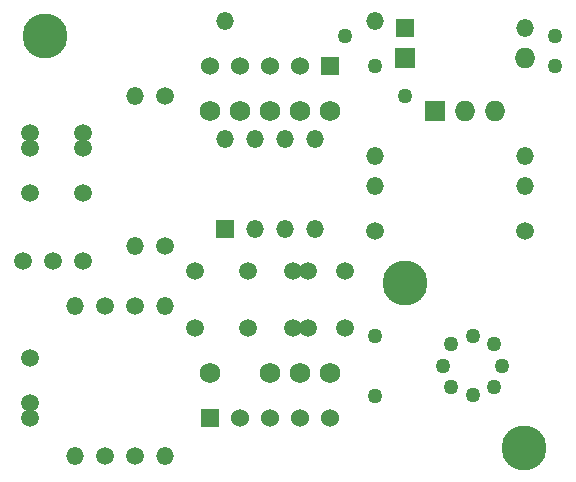
<source format=gbs>
G04 (created by PCBNEW (22-Jun-2014 BZR 4027)-stable) date Sun 17 Dec 2017 11:17:46 PM CST*
%MOIN*%
G04 Gerber Fmt 3.4, Leading zero omitted, Abs format*
%FSLAX34Y34*%
G01*
G70*
G90*
G04 APERTURE LIST*
%ADD10C,0.00590551*%
%ADD11C,0.05*%
%ADD12R,0.069X0.069*%
%ADD13O,0.069X0.069*%
%ADD14C,0.059*%
%ADD15R,0.059X0.059*%
%ADD16O,0.059X0.059*%
%ADD17R,0.06X0.06*%
%ADD18C,0.06*%
%ADD19C,0.069*%
%ADD20C,0.15*%
G04 APERTURE END LIST*
G54D10*
G54D11*
X87542Y-58542D03*
X88957Y-58542D03*
X89239Y-59250D03*
X88250Y-58260D03*
X88957Y-59957D03*
X88250Y-60239D03*
X87542Y-59957D03*
X87260Y-59250D03*
G54D12*
X87000Y-50750D03*
G54D13*
X88000Y-50750D03*
X89000Y-50750D03*
G54D14*
X75250Y-51500D03*
X75250Y-53500D03*
X75250Y-52000D03*
X73500Y-51500D03*
X73500Y-53500D03*
X73500Y-52000D03*
X73500Y-61000D03*
X73500Y-59000D03*
X73500Y-60500D03*
G54D15*
X80000Y-54700D03*
G54D16*
X81000Y-54700D03*
X82000Y-54700D03*
X83000Y-54700D03*
X83000Y-51700D03*
X82000Y-51700D03*
X80000Y-51700D03*
X81000Y-51700D03*
G54D17*
X79500Y-61000D03*
G54D18*
X80500Y-61000D03*
X81500Y-61000D03*
X82500Y-61000D03*
X83500Y-61000D03*
G54D19*
X79500Y-59500D03*
X81500Y-59500D03*
X82500Y-59500D03*
X83500Y-59500D03*
G54D17*
X83500Y-49250D03*
G54D18*
X82500Y-49250D03*
X81500Y-49250D03*
X80500Y-49250D03*
X79500Y-49250D03*
G54D19*
X83500Y-50750D03*
X82500Y-50750D03*
X81500Y-50750D03*
X80500Y-50750D03*
X79500Y-50750D03*
G54D15*
X86000Y-48000D03*
G54D16*
X90000Y-48000D03*
G54D12*
X86000Y-49000D03*
G54D13*
X90000Y-49000D03*
G54D16*
X85000Y-52250D03*
X90000Y-52250D03*
X85000Y-53250D03*
X90000Y-53250D03*
G54D14*
X90000Y-54750D03*
X85000Y-54750D03*
G54D16*
X85000Y-47750D03*
X80000Y-47750D03*
G54D14*
X78000Y-50250D03*
X78000Y-55250D03*
G54D16*
X77000Y-55250D03*
X77000Y-50250D03*
X78000Y-57250D03*
X78000Y-62250D03*
G54D14*
X77000Y-57250D03*
X77000Y-62250D03*
X76000Y-57250D03*
X76000Y-62250D03*
G54D16*
X75000Y-62250D03*
X75000Y-57250D03*
G54D14*
X75250Y-55750D03*
X73250Y-55750D03*
X74250Y-55750D03*
G54D20*
X74000Y-48250D03*
X86000Y-56500D03*
X89950Y-62000D03*
G54D14*
X82750Y-56100D03*
X80750Y-56100D03*
X82250Y-56100D03*
X79000Y-56100D03*
X84000Y-56100D03*
X82750Y-58000D03*
X80750Y-58000D03*
X82250Y-58000D03*
X79000Y-58000D03*
X84000Y-58000D03*
G54D11*
X91000Y-48250D03*
X91000Y-49250D03*
X85000Y-49250D03*
X84000Y-48250D03*
X86000Y-50250D03*
X85000Y-60250D03*
X85000Y-58250D03*
M02*

</source>
